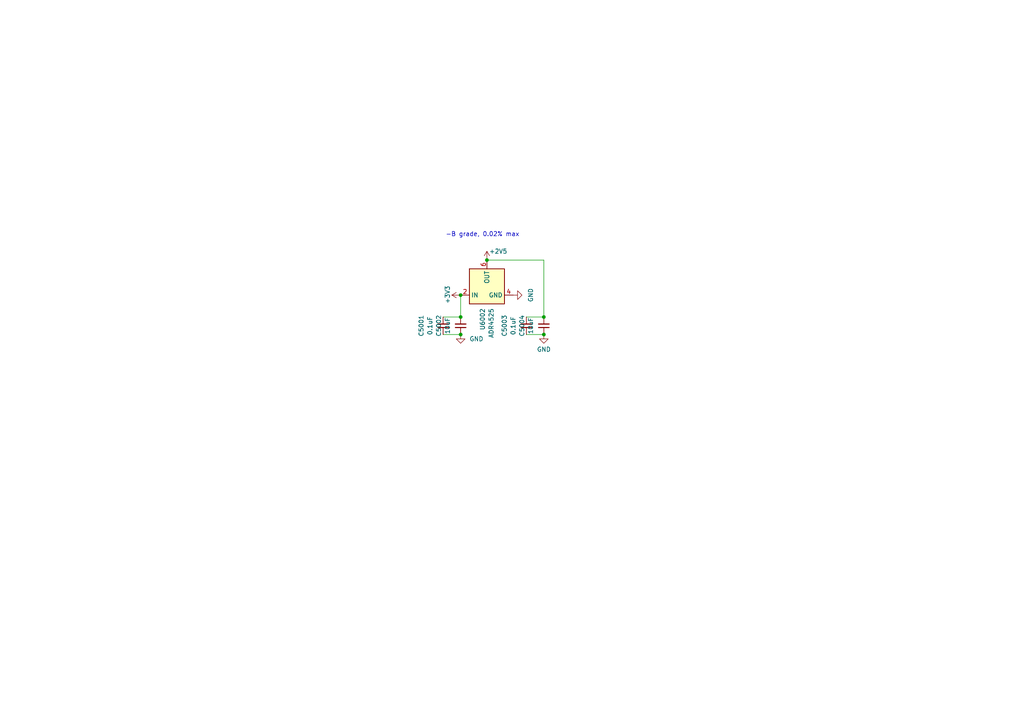
<source format=kicad_sch>
(kicad_sch (version 20231120) (generator "eeschema") (generator_version "8.0")
  (paper "A4")
  (lib_symbols
    (symbol "Device:C_Small" (pin_numbers hide) (pin_names (offset 0.254) hide)
      (property "Reference" "C" (at 0.254 1.778 0))
      (property "Value" "C_Small" (at 0.254 -2.032 0))
      (symbol "C_Small_0_1"
        (polyline (pts (xy -1.524 -0.508) (xy 1.524 -0.508)) (stroke (width 0.3302)))
        (polyline (pts (xy -1.524 0.508) (xy 1.524 0.508)) (stroke (width 0.3048)))
      )
      (symbol "C_Small_1_1"
        (pin passive line (at 0 2.54 270) (length 2.032) (name "~") (number "1"))
        (pin passive line (at 0 -2.54 90) (length 2.032) (name "~") (number "2"))
      )
    )
    (symbol "Reference_Voltage:ADR4525"
      (property "Reference" "U6002" (at -6.35 1.2701 0))
      (property "Value" "ADR4525" (at -6.35 -1.2699 0))
      (symbol "ADR4525_0_0"
        (pin no_connect line (at -5.08 0 0) (length 2.54) hide (name "NC") (number "3"))
        (pin no_connect line (at 5.08 2.54 180) (length 2.54) hide (name "NC") (number "7"))
        (pin no_connect line (at 5.08 -2.54 180) (length 2.54) hide (name "NC") (number "8"))
      )
      (symbol "ADR4525_0_1"
        (rectangle (start -5.08 5.08) (end 5.08 -5.08) (stroke (width 0.254)) (fill (type background)))
      )
      (symbol "ADR4525_1_1"
        (pin no_connect line (at -5.08 2.54 0) (length 2.54) hide (name "NC") (number "1"))
        (pin power_in line (at -2.54 7.62 270) (length 2.54) (name "IN") (number "2"))
        (pin power_in line (at -2.54 -7.62 90) (length 2.54) (name "GND") (number "4"))
        (pin no_connect line (at -5.08 -2.54 0) (length 2.54) hide (name "NC") (number "5"))
        (pin power_out line (at 7.62 0 180) (length 2.54) (name "OUT") (number "6"))
      )
    )
    (symbol "power:+2V5" (power) (pin_names (offset 0))
      (property "Value" "+2V5" (at 0 3.556 0))
      (symbol "+2V5_0_1"
        (polyline (pts (xy -0.762 1.27) (xy 0 2.54)))
        (polyline (pts (xy 0 0) (xy 0 2.54)))
        (polyline (pts (xy 0 2.54) (xy 0.762 1.27)))
      )
      (symbol "+2V5_1_1"
        (pin power_in line (at 0 0 90) (length 0) hide (name "+2V5") (number "1"))
      )
    )
    (symbol "power:+3V3" (power) (pin_numbers hide) (pin_names (offset 0) hide)
      (property "Value" "+3V3" (at 0 3.556 0))
      (symbol "+3V3_0_1"
        (polyline (pts (xy -0.762 1.27) (xy 0 2.54)))
        (polyline (pts (xy 0 0) (xy 0 2.54)))
        (polyline (pts (xy 0 2.54) (xy 0.762 1.27)))
      )
      (symbol "+3V3_1_1"
        (pin power_in line (at 0 0 90) (length 0) (name "~") (number "1"))
      )
    )
    (symbol "power:GND" (power) (pin_names (offset 0))
      (property "Value" "GND" (at 0 -3.81 0))
      (symbol "GND_0_1"
        (polyline (pts (xy 0 0) (xy 0 -1.27) (xy 1.27 -1.27) (xy 0 -2.54) (xy -1.27 -1.27) (xy 0 -1.27)))
      )
      (symbol "GND_1_1"
        (pin power_in line (at 0 0 270) (length 0) hide (name "GND") (number "1"))
      )
    )
  )
  (junction (at 133.604 97.028))
  (junction (at 133.604 91.948))
  (junction (at 157.734 97.028))
  (junction (at 157.734 91.948))
  (junction (at 133.604 85.598))
  (junction (at 141.224 75.438))
  (wire (pts (xy 141.224 75.438) (xy 157.734 75.438)))
  (wire (pts (xy 152.654 97.028) (xy 157.734 97.028)))
  (wire (pts (xy 152.654 91.948) (xy 157.734 91.948)))
  (wire (pts (xy 157.734 75.438) (xy 157.734 91.948)))
  (wire (pts (xy 128.524 97.028) (xy 133.604 97.028)))
  (wire (pts (xy 133.604 85.598) (xy 133.604 91.948)))
  (wire (pts (xy 157.734 97.028) (xy 157.734 96.774)))
  (wire (pts (xy 128.524 91.948) (xy 133.604 91.948)))
  (text "-B grade, 0.02% max" (at 139.954 68.072 0) (effects (font (size 1.27 1.27))))
  (symbol (lib_id "power:+2V5") (at 141.224 75.438 0) (unit 1)
    (property "Reference" "#PWR06056" (effects (hide yes)))
    (property "Value" "+2V5" (at 141.859 72.898 0) (effects (justify left)))
  )
  (symbol (lib_id "Device:C_Small") (at 128.524 94.488 180) (unit 1)
    (property "Reference" "C5001" (at 122.174 94.4817 90))
    (property "Value" "0.1uF" (at 124.714 94.4817 90))
    (property "Footprint" "Capacitor_SMD:C_0402_1005Metric" (effects (hide yes)))
    (instances (project "stm32h7_base" (path "" (reference "C5001") (unit 1))) (project "simplicity_analog_1" (path "" (reference "C6048") (unit 1))))
  )
  (symbol (lib_id "power:+3V3") (at 133.604 85.598 90) (unit 1)
    (property "Reference" "#PWR5002" (effects (hide yes)))
    (property "Value" "+3V3" (at 129.794 88.138 0) (effects (justify left)))
    (property "Description" "Power symbol creates a global label with name \"+3V3\"" (effects (hide yes)))
    (instances (project "stm32h7_base" (path "" (reference "#PWR5002") (unit 1))) (project "analog_i" (path "" (reference "#PWR130") (unit 1))))
  )
  (symbol (lib_id "Reference_Voltage:ADR4525") (at 141.224 83.058 90) (unit 1)
    (property "Reference" "U6002" (at 139.9539 89.408 0) (effects (justify right)))
    (property "Value" "ADR4525" (at 142.4939 89.408 0) (effects (justify right)))
    (property "Footprint" "Package_SO:SOIC-8_3.9x4.9mm_P1.27mm" (effects (hide yes)))
    (property "Datasheet" "https://www.analog.com/media/en/technical-documentation/data-sheets/ADR4520_4525_4530_4533_4540_4550.pdf" (effects (hide yes)))
    (property "LCSC" "C403914" (effects (hide yes)))
  )
  (symbol (lib_id "power:GND") (at 148.844 85.598 90) (unit 1)
    (property "Reference" "#PWR06058" (effects (hide yes)))
    (property "Value" "GND" (at 153.924 85.598 0))
  )
  (symbol (lib_id "power:GND") (at 157.734 97.028 0) (unit 1)
    (property "Reference" "#PWR06059" (effects (hide yes)))
    (property "Value" "GND" (at 155.702 101.346 0) (effects (justify left)))
  )
  (symbol (lib_id "Device:C_Small") (at 157.734 94.488 180) (unit 1)
    (property "Reference" "C5004" (at 151.384 94.4817 90))
    (property "Value" "10uF" (at 153.924 94.4817 90))
    (property "Footprint" "Capacitor_SMD:C_0603_1608Metric" (effects (hide yes)))
    (instances (project "stm32h7_base" (path "" (reference "C5004") (unit 1))) (project "simplicity_analog_1" (path "" (reference "C6051") (unit 1))))
  )
  (symbol (lib_id "Device:C_Small") (at 133.604 94.488 180) (unit 1)
    (property "Reference" "C5002" (at 127.254 94.4817 90))
    (property "Value" "10uF" (at 129.794 94.4817 90))
    (property "Footprint" "Capacitor_SMD:C_0603_1608Metric" (effects (hide yes)))
    (instances (project "stm32h7_base" (path "" (reference "C5002") (unit 1))) (project "simplicity_analog_1" (path "" (reference "C6049") (unit 1))))
  )
  (symbol (lib_id "power:GND") (at 133.604 97.028 0) (unit 1)
    (property "Reference" "#PWR06010" (effects (hide yes)))
    (property "Value" "GND" (at 136.144 98.2979 0) (effects (justify left)))
  )
  (symbol (lib_id "Device:C_Small") (at 152.654 94.488 180) (unit 1)
    (property "Reference" "C5003" (at 146.304 94.4817 90))
    (property "Value" "0.1uF" (at 148.844 94.4817 90))
    (property "Footprint" "Capacitor_SMD:C_0402_1005Metric" (effects (hide yes)))
    (instances (project "stm32h7_base" (path "" (reference "C5003") (unit 1))) (project "simplicity_analog_1" (path "" (reference "C6050") (unit 1))))
  )
)
</source>
